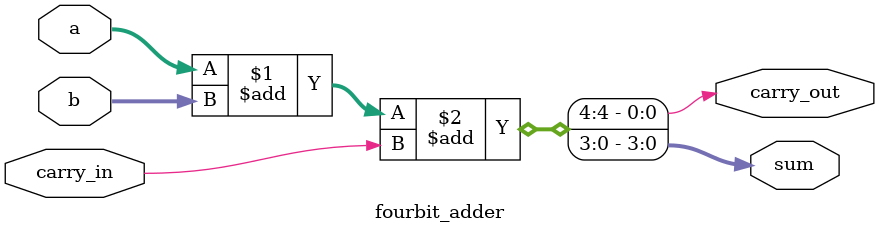
<source format=v>
module fourbit_adder(
	input [3:0] a,
	input [3:0] b,
	input carry_in,
	output [3:0] sum,
	output carry_out
	);
	
	assign {carry_out,sum} = a + b + carry_in;
	
endmodule
</source>
